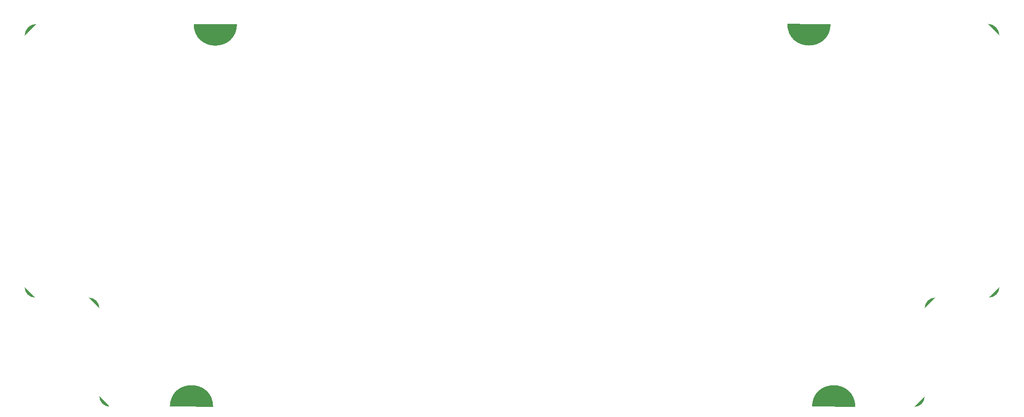
<source format=gbr>
G04 #@! TF.GenerationSoftware,KiCad,Pcbnew,(5.99.0-2555-g9cc6a77cc-dirty)*
G04 #@! TF.CreationDate,2020-09-08T07:39:34-05:00*
G04 #@! TF.ProjectId,_33,5f33332e-6b69-4636-9164-5f7063625858,rev?*
G04 #@! TF.SameCoordinates,Original*
G04 #@! TF.FileFunction,Glue,Bot*
G04 #@! TF.FilePolarity,Positive*
%FSLAX46Y46*%
G04 Gerber Fmt 4.6, Leading zero omitted, Abs format (unit mm)*
G04 Created by KiCad (PCBNEW (5.99.0-2555-g9cc6a77cc-dirty)) date 2020-09-08 07:39:34*
%MOMM*%
%LPD*%
G01*
G04 APERTURE LIST*
G04 #@! TA.AperFunction,Profile*
%ADD10C,0.050000*%
G04 #@! TD*
G04 #@! TA.AperFunction,Profile*
%ADD11C,0.100000*%
G04 #@! TD*
G04 APERTURE END LIST*
G36*
D10*
X241750000Y-48140000D02*
G75*
G02*
X244000199Y-50390199I0J-2250199D01*
G01*
X182420000Y-48160000D02*
X97178803Y-48212991D01*
X227600000Y-121950000D02*
X216250000Y-121940000D01*
X84250000Y-121887009D02*
X72680000Y-121910000D01*
X207910222Y-121897009D02*
G75*
G02*
X216250000Y-121940000I4169778J-42991D01*
G01*
X72680000Y-121910000D02*
G75*
G02*
X70670000Y-119900000I0J2010000D01*
G01*
X231620000Y-100890000D02*
X241980000Y-100890000D01*
X241980000Y-100890000D02*
G75*
G03*
X243990000Y-98880000I0J2010000D01*
G01*
X229610000Y-119940000D02*
X229610000Y-102900000D01*
X231620000Y-100890000D02*
G75*
G03*
X229610000Y-102900000I0J-2010000D01*
G01*
X227600000Y-121950000D02*
G75*
G03*
X229610000Y-119940000I0J2010000D01*
G01*
X56289801Y-50410000D02*
G75*
G02*
X58540000Y-48159801I2250199J0D01*
G01*
D11*
X56290000Y-98880000D02*
X56289801Y-50410000D01*
D10*
X68660000Y-100890000D02*
G75*
G02*
X70670000Y-102900000I0J-2010000D01*
G01*
X211489778Y-48182991D02*
G75*
G02*
X203150000Y-48140000I-4169778J42991D01*
G01*
X58540000Y-48159801D02*
X88839025Y-48170000D01*
X84250000Y-121887009D02*
G75*
G02*
X92589778Y-121930000I4169778J-42991D01*
G01*
D11*
X244000199Y-50390199D02*
X243990000Y-98880000D01*
D10*
X58300000Y-100890000D02*
G75*
G02*
X56290000Y-98880000I0J2010000D01*
G01*
X182420000Y-48160000D02*
X182420000Y-45500000D01*
X241750000Y-48140000D02*
X211489778Y-48182991D01*
D11*
X207910222Y-121897009D02*
X92589778Y-121930000D01*
D10*
X68660000Y-100890000D02*
X58300000Y-100890000D01*
X182420000Y-45500000D02*
X193510000Y-45500000D01*
X97178803Y-48212991D02*
G75*
G02*
X88839025Y-48170000I-4169778J42991D01*
G01*
X70670000Y-119900000D02*
X70670000Y-102900000D01*
X193510000Y-45500000D02*
X193510000Y-48160000D01*
X193510000Y-48160000D02*
X203150000Y-48140000D01*
G37*
M02*

</source>
